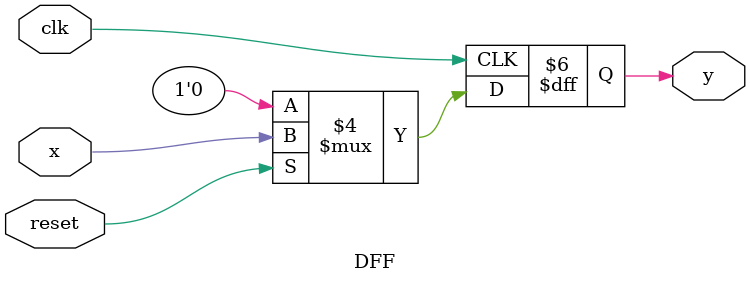
<source format=v>
`timescale 1ns / 1ps


module DFF (
			input x,  
			input clk, 
         input reset,   
         output reg y);  
  
    always @ (posedge clk)  
       if (!reset)  
          y <= 0;  
       else  
          y <= x;  
endmodule  



</source>
